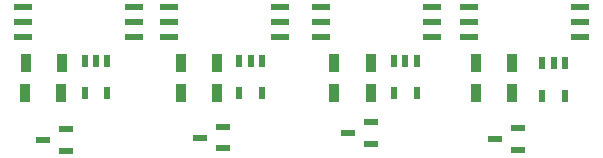
<source format=gbr>
%TF.GenerationSoftware,KiCad,Pcbnew,8.0.8*%
%TF.CreationDate,2025-03-10T22:00:58-04:00*%
%TF.ProjectId,PWM Module 2.0,50574d20-4d6f-4647-956c-6520322e302e,rev?*%
%TF.SameCoordinates,Original*%
%TF.FileFunction,Paste,Top*%
%TF.FilePolarity,Positive*%
%FSLAX46Y46*%
G04 Gerber Fmt 4.6, Leading zero omitted, Abs format (unit mm)*
G04 Created by KiCad (PCBNEW 8.0.8) date 2025-03-10 22:00:58*
%MOMM*%
%LPD*%
G01*
G04 APERTURE LIST*
%ADD10R,0.508000X0.977900*%
%ADD11R,1.270000X0.558800*%
%ADD12R,0.855600X1.600000*%
%ADD13R,1.524000X0.533400*%
G04 APERTURE END LIST*
D10*
%TO.C,U7*%
X159841502Y-36169500D03*
X158891501Y-36169500D03*
X157941500Y-36169500D03*
X157941500Y-38900000D03*
X159841502Y-38900000D03*
%TD*%
D11*
%TO.C,Q2*%
X169640000Y-43594998D03*
X169640000Y-41765000D03*
X167709600Y-42679999D03*
%TD*%
D12*
%TO.C,C4*%
X166084398Y-38900000D03*
X169140000Y-38900000D03*
%TD*%
%TO.C,C2*%
X152913699Y-38900000D03*
X155969301Y-38900000D03*
%TD*%
D11*
%TO.C,Q3*%
X194640000Y-43729998D03*
X194640000Y-41900000D03*
X192709600Y-42814999D03*
%TD*%
D10*
%TO.C,U5*%
X198590001Y-36400000D03*
X197640000Y-36400000D03*
X196689999Y-36400000D03*
X196689999Y-39130500D03*
X198590001Y-39130500D03*
%TD*%
D12*
%TO.C,C3*%
X166112199Y-36400000D03*
X169167801Y-36400000D03*
%TD*%
%TO.C,C5*%
X179084398Y-36400000D03*
X182140000Y-36400000D03*
%TD*%
%TO.C,C6*%
X179084398Y-38900000D03*
X182140000Y-38900000D03*
%TD*%
D11*
%TO.C,Q4*%
X156371900Y-43814999D03*
X156371900Y-41985001D03*
X154441500Y-42900000D03*
%TD*%
D13*
%TO.C,U2*%
X187339000Y-34170000D03*
X187339000Y-32900000D03*
X187339000Y-31630000D03*
X177941000Y-31630000D03*
X177941000Y-32900000D03*
X177941000Y-34170000D03*
%TD*%
D12*
%TO.C,C1*%
X152941500Y-36400000D03*
X155997102Y-36400000D03*
%TD*%
D13*
%TO.C,U6*%
X199839000Y-34170000D03*
X199839000Y-32900000D03*
X199839000Y-31630000D03*
X190441000Y-31630000D03*
X190441000Y-32900000D03*
X190441000Y-34170000D03*
%TD*%
D12*
%TO.C,C7*%
X191084398Y-36400000D03*
X194140000Y-36400000D03*
%TD*%
D10*
%TO.C,U3*%
X172941500Y-36169500D03*
X171991499Y-36169500D03*
X171041498Y-36169500D03*
X171041498Y-38900000D03*
X172941500Y-38900000D03*
%TD*%
D11*
%TO.C,Q1*%
X182140000Y-43229998D03*
X182140000Y-41400000D03*
X180209600Y-42314999D03*
%TD*%
D13*
%TO.C,U8*%
X162140500Y-34170000D03*
X162140500Y-32900000D03*
X162140500Y-31630000D03*
X152742500Y-31630000D03*
X152742500Y-32900000D03*
X152742500Y-34170000D03*
%TD*%
D10*
%TO.C,U1*%
X186040002Y-36169500D03*
X185090001Y-36169500D03*
X184140000Y-36169500D03*
X184140000Y-38900000D03*
X186040002Y-38900000D03*
%TD*%
D13*
%TO.C,U4*%
X174441500Y-34170000D03*
X174441500Y-32900000D03*
X174441500Y-31630000D03*
X165043500Y-31630000D03*
X165043500Y-32900000D03*
X165043500Y-34170000D03*
%TD*%
D12*
%TO.C,C8*%
X191084398Y-38900000D03*
X194140000Y-38900000D03*
%TD*%
M02*

</source>
